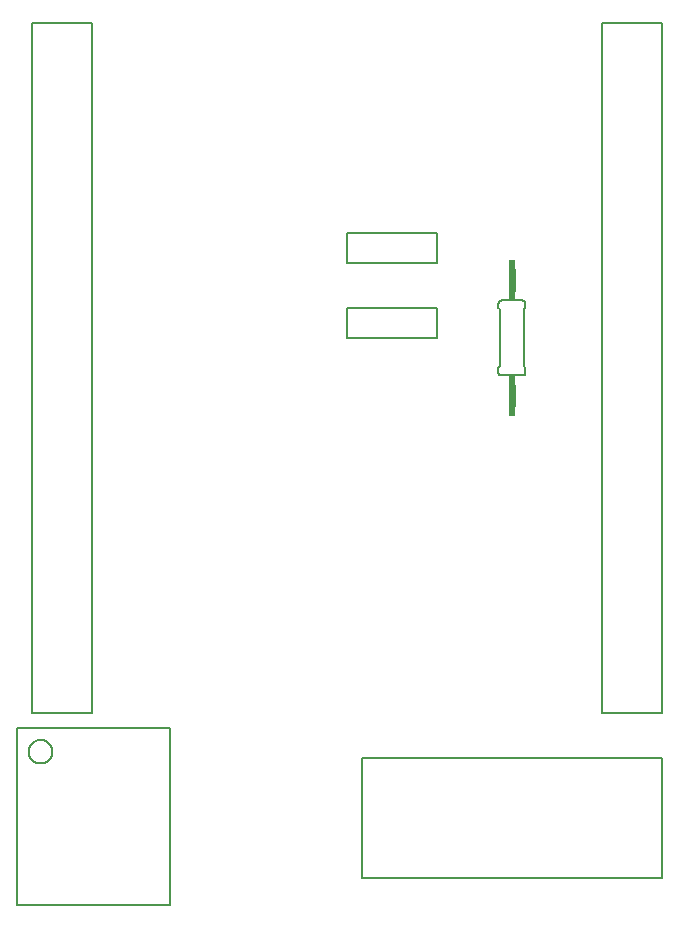
<source format=gto>
G75*
%MOIN*%
%OFA0B0*%
%FSLAX25Y25*%
%IPPOS*%
%LPD*%
%AMOC8*
5,1,8,0,0,1.08239X$1,22.5*
%
%ADD10C,0.00500*%
%ADD11C,0.00600*%
%ADD12C,0.02400*%
%ADD13R,0.02400X0.03400*%
D10*
X0006000Y0006945D02*
X0057181Y0006945D01*
X0057181Y0066000D01*
X0006000Y0066000D01*
X0006000Y0006945D01*
X0009937Y0058126D02*
X0009939Y0058251D01*
X0009945Y0058376D01*
X0009955Y0058500D01*
X0009969Y0058624D01*
X0009986Y0058748D01*
X0010008Y0058871D01*
X0010034Y0058993D01*
X0010063Y0059115D01*
X0010096Y0059235D01*
X0010134Y0059354D01*
X0010174Y0059473D01*
X0010219Y0059589D01*
X0010267Y0059704D01*
X0010319Y0059818D01*
X0010375Y0059930D01*
X0010434Y0060040D01*
X0010496Y0060148D01*
X0010562Y0060255D01*
X0010631Y0060359D01*
X0010704Y0060460D01*
X0010779Y0060560D01*
X0010858Y0060657D01*
X0010940Y0060751D01*
X0011025Y0060843D01*
X0011112Y0060932D01*
X0011203Y0061018D01*
X0011296Y0061101D01*
X0011392Y0061182D01*
X0011490Y0061259D01*
X0011590Y0061333D01*
X0011693Y0061404D01*
X0011798Y0061471D01*
X0011906Y0061536D01*
X0012015Y0061596D01*
X0012126Y0061654D01*
X0012239Y0061707D01*
X0012353Y0061757D01*
X0012469Y0061804D01*
X0012586Y0061846D01*
X0012705Y0061885D01*
X0012825Y0061921D01*
X0012946Y0061952D01*
X0013068Y0061980D01*
X0013190Y0062003D01*
X0013314Y0062023D01*
X0013438Y0062039D01*
X0013562Y0062051D01*
X0013687Y0062059D01*
X0013812Y0062063D01*
X0013936Y0062063D01*
X0014061Y0062059D01*
X0014186Y0062051D01*
X0014310Y0062039D01*
X0014434Y0062023D01*
X0014558Y0062003D01*
X0014680Y0061980D01*
X0014802Y0061952D01*
X0014923Y0061921D01*
X0015043Y0061885D01*
X0015162Y0061846D01*
X0015279Y0061804D01*
X0015395Y0061757D01*
X0015509Y0061707D01*
X0015622Y0061654D01*
X0015733Y0061596D01*
X0015843Y0061536D01*
X0015950Y0061471D01*
X0016055Y0061404D01*
X0016158Y0061333D01*
X0016258Y0061259D01*
X0016356Y0061182D01*
X0016452Y0061101D01*
X0016545Y0061018D01*
X0016636Y0060932D01*
X0016723Y0060843D01*
X0016808Y0060751D01*
X0016890Y0060657D01*
X0016969Y0060560D01*
X0017044Y0060460D01*
X0017117Y0060359D01*
X0017186Y0060255D01*
X0017252Y0060148D01*
X0017314Y0060040D01*
X0017373Y0059930D01*
X0017429Y0059818D01*
X0017481Y0059704D01*
X0017529Y0059589D01*
X0017574Y0059473D01*
X0017614Y0059354D01*
X0017652Y0059235D01*
X0017685Y0059115D01*
X0017714Y0058993D01*
X0017740Y0058871D01*
X0017762Y0058748D01*
X0017779Y0058624D01*
X0017793Y0058500D01*
X0017803Y0058376D01*
X0017809Y0058251D01*
X0017811Y0058126D01*
X0017809Y0058001D01*
X0017803Y0057876D01*
X0017793Y0057752D01*
X0017779Y0057628D01*
X0017762Y0057504D01*
X0017740Y0057381D01*
X0017714Y0057259D01*
X0017685Y0057137D01*
X0017652Y0057017D01*
X0017614Y0056898D01*
X0017574Y0056779D01*
X0017529Y0056663D01*
X0017481Y0056548D01*
X0017429Y0056434D01*
X0017373Y0056322D01*
X0017314Y0056212D01*
X0017252Y0056104D01*
X0017186Y0055997D01*
X0017117Y0055893D01*
X0017044Y0055792D01*
X0016969Y0055692D01*
X0016890Y0055595D01*
X0016808Y0055501D01*
X0016723Y0055409D01*
X0016636Y0055320D01*
X0016545Y0055234D01*
X0016452Y0055151D01*
X0016356Y0055070D01*
X0016258Y0054993D01*
X0016158Y0054919D01*
X0016055Y0054848D01*
X0015950Y0054781D01*
X0015842Y0054716D01*
X0015733Y0054656D01*
X0015622Y0054598D01*
X0015509Y0054545D01*
X0015395Y0054495D01*
X0015279Y0054448D01*
X0015162Y0054406D01*
X0015043Y0054367D01*
X0014923Y0054331D01*
X0014802Y0054300D01*
X0014680Y0054272D01*
X0014558Y0054249D01*
X0014434Y0054229D01*
X0014310Y0054213D01*
X0014186Y0054201D01*
X0014061Y0054193D01*
X0013936Y0054189D01*
X0013812Y0054189D01*
X0013687Y0054193D01*
X0013562Y0054201D01*
X0013438Y0054213D01*
X0013314Y0054229D01*
X0013190Y0054249D01*
X0013068Y0054272D01*
X0012946Y0054300D01*
X0012825Y0054331D01*
X0012705Y0054367D01*
X0012586Y0054406D01*
X0012469Y0054448D01*
X0012353Y0054495D01*
X0012239Y0054545D01*
X0012126Y0054598D01*
X0012015Y0054656D01*
X0011905Y0054716D01*
X0011798Y0054781D01*
X0011693Y0054848D01*
X0011590Y0054919D01*
X0011490Y0054993D01*
X0011392Y0055070D01*
X0011296Y0055151D01*
X0011203Y0055234D01*
X0011112Y0055320D01*
X0011025Y0055409D01*
X0010940Y0055501D01*
X0010858Y0055595D01*
X0010779Y0055692D01*
X0010704Y0055792D01*
X0010631Y0055893D01*
X0010562Y0055997D01*
X0010496Y0056104D01*
X0010434Y0056212D01*
X0010375Y0056322D01*
X0010319Y0056434D01*
X0010267Y0056548D01*
X0010219Y0056663D01*
X0010174Y0056779D01*
X0010134Y0056898D01*
X0010096Y0057017D01*
X0010063Y0057137D01*
X0010034Y0057259D01*
X0010008Y0057381D01*
X0009986Y0057504D01*
X0009969Y0057628D01*
X0009955Y0057752D01*
X0009945Y0057876D01*
X0009939Y0058001D01*
X0009937Y0058126D01*
X0011000Y0071000D02*
X0011000Y0301000D01*
X0031000Y0301000D01*
X0031000Y0071000D01*
X0011000Y0071000D01*
X0116000Y0196000D02*
X0116000Y0206000D01*
X0146000Y0206000D01*
X0146000Y0196000D01*
X0116000Y0196000D01*
X0116000Y0221000D02*
X0116000Y0231000D01*
X0146000Y0231000D01*
X0146000Y0221000D01*
X0116000Y0221000D01*
X0201000Y0301000D02*
X0201000Y0071000D01*
X0221000Y0071000D01*
X0221000Y0301000D01*
X0201000Y0301000D01*
X0221000Y0056000D02*
X0121000Y0056000D01*
X0121000Y0016000D01*
X0221000Y0016000D01*
X0221000Y0056000D01*
D11*
X0174500Y0183500D02*
X0167500Y0183500D01*
X0167440Y0183502D01*
X0167379Y0183507D01*
X0167320Y0183516D01*
X0167261Y0183529D01*
X0167202Y0183545D01*
X0167145Y0183565D01*
X0167090Y0183588D01*
X0167035Y0183615D01*
X0166983Y0183644D01*
X0166932Y0183677D01*
X0166883Y0183713D01*
X0166837Y0183751D01*
X0166793Y0183793D01*
X0166751Y0183837D01*
X0166713Y0183883D01*
X0166677Y0183932D01*
X0166644Y0183983D01*
X0166615Y0184035D01*
X0166588Y0184090D01*
X0166565Y0184145D01*
X0166545Y0184202D01*
X0166529Y0184261D01*
X0166516Y0184320D01*
X0166507Y0184379D01*
X0166502Y0184440D01*
X0166500Y0184500D01*
X0166500Y0186000D01*
X0167000Y0186500D01*
X0167000Y0205500D01*
X0166500Y0206000D01*
X0166500Y0207500D01*
X0166502Y0207560D01*
X0166507Y0207621D01*
X0166516Y0207680D01*
X0166529Y0207739D01*
X0166545Y0207798D01*
X0166565Y0207855D01*
X0166588Y0207910D01*
X0166615Y0207965D01*
X0166644Y0208017D01*
X0166677Y0208068D01*
X0166713Y0208117D01*
X0166751Y0208163D01*
X0166793Y0208207D01*
X0166837Y0208249D01*
X0166883Y0208287D01*
X0166932Y0208323D01*
X0166983Y0208356D01*
X0167035Y0208385D01*
X0167090Y0208412D01*
X0167145Y0208435D01*
X0167202Y0208455D01*
X0167261Y0208471D01*
X0167320Y0208484D01*
X0167379Y0208493D01*
X0167440Y0208498D01*
X0167500Y0208500D01*
X0174500Y0208500D01*
X0174560Y0208498D01*
X0174621Y0208493D01*
X0174680Y0208484D01*
X0174739Y0208471D01*
X0174798Y0208455D01*
X0174855Y0208435D01*
X0174910Y0208412D01*
X0174965Y0208385D01*
X0175017Y0208356D01*
X0175068Y0208323D01*
X0175117Y0208287D01*
X0175163Y0208249D01*
X0175207Y0208207D01*
X0175249Y0208163D01*
X0175287Y0208117D01*
X0175323Y0208068D01*
X0175356Y0208017D01*
X0175385Y0207965D01*
X0175412Y0207910D01*
X0175435Y0207855D01*
X0175455Y0207798D01*
X0175471Y0207739D01*
X0175484Y0207680D01*
X0175493Y0207621D01*
X0175498Y0207560D01*
X0175500Y0207500D01*
X0175500Y0206000D01*
X0175000Y0205500D01*
X0175000Y0186500D01*
X0175500Y0186000D01*
X0175500Y0184500D01*
X0175498Y0184440D01*
X0175493Y0184379D01*
X0175484Y0184320D01*
X0175471Y0184261D01*
X0175455Y0184202D01*
X0175435Y0184145D01*
X0175412Y0184090D01*
X0175385Y0184035D01*
X0175356Y0183983D01*
X0175323Y0183932D01*
X0175287Y0183883D01*
X0175249Y0183837D01*
X0175207Y0183793D01*
X0175163Y0183751D01*
X0175117Y0183713D01*
X0175068Y0183677D01*
X0175017Y0183644D01*
X0174965Y0183615D01*
X0174910Y0183588D01*
X0174855Y0183565D01*
X0174798Y0183545D01*
X0174739Y0183529D01*
X0174680Y0183516D01*
X0174621Y0183507D01*
X0174560Y0183502D01*
X0174500Y0183500D01*
D12*
X0171000Y0180000D02*
X0171000Y0173500D01*
X0171000Y0212000D02*
X0171000Y0218500D01*
D13*
X0171000Y0220200D03*
X0171000Y0210200D03*
X0171000Y0181800D03*
X0171000Y0171800D03*
M02*

</source>
